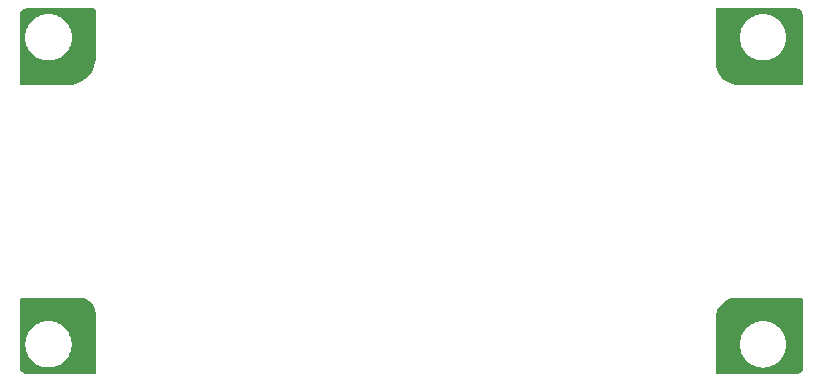
<source format=gbs>
G04*
G04 #@! TF.GenerationSoftware,Altium Limited,Altium Designer,24.4.1 (13)*
G04*
G04 Layer_Color=16711935*
%FSLAX44Y44*%
%MOMM*%
G71*
G04*
G04 #@! TF.SameCoordinates,633DC115-074B-46AC-84AE-F624448C349B*
G04*
G04*
G04 #@! TF.FilePolarity,Negative*
G04*
G01*
G75*
G36*
X56531Y68583D02*
X57536Y68430D01*
X58526Y68201D01*
X59495Y67899D01*
X60440Y67523D01*
X61353Y67078D01*
X62229Y66564D01*
X63065Y65986D01*
X63854Y65347D01*
X64593Y64649D01*
X65277Y63898D01*
X65903Y63097D01*
X66465Y62251D01*
X66963Y61365D01*
X67392Y60444D01*
X67750Y59493D01*
X68035Y58518D01*
X68246Y57524D01*
X68285Y57228D01*
X68410Y56010D01*
X68410Y56010D01*
X68410Y56010D01*
Y4973D01*
X67512Y4075D01*
X10450Y4078D01*
X10450Y4078D01*
X10450Y4078D01*
X9822D01*
X8591Y4323D01*
X7432Y4803D01*
X6388Y5501D01*
X5501Y6388D01*
X4803Y7432D01*
X4323Y8591D01*
X4078Y9822D01*
X4078Y10450D01*
X4078Y10450D01*
X4078Y10450D01*
X4074Y67762D01*
X4972Y68660D01*
X55010Y68660D01*
X55518Y68660D01*
X56531Y68583D01*
D02*
G37*
G36*
X68366Y312495D02*
X68366Y269837D01*
X68146Y267691D01*
X66929Y263550D01*
X64977Y259702D01*
X62356Y256274D01*
X59152Y253382D01*
X55475Y251124D01*
X51447Y249575D01*
X47204Y248787D01*
X45046Y248787D01*
X4062D01*
X4058Y306760D01*
X4058Y307413D01*
X4313Y308693D01*
X4812Y309900D01*
X5537Y310985D01*
X6460Y311909D01*
X7545Y312635D01*
X8751Y313135D01*
X10031Y313391D01*
X10684Y313392D01*
X67468Y313393D01*
X68366Y312495D01*
D02*
G37*
G36*
X667638Y67762D02*
X667632Y10150D01*
X667632Y10150D01*
X667632Y10150D01*
X667632Y9548D01*
X667397Y8368D01*
X666937Y7257D01*
X666269Y6256D01*
X665419Y5405D01*
X664419Y4736D01*
X663307Y4275D01*
X662128Y4039D01*
X661526Y4038D01*
X593410Y4042D01*
Y10043D01*
X593410Y51910D01*
X593498Y53590D01*
X594305Y56857D01*
X595713Y59913D01*
X597673Y62648D01*
X600114Y64964D01*
X602948Y66778D01*
X606073Y68025D01*
X609378Y68660D01*
X611060D01*
X611060Y68660D01*
X666740D01*
X667638Y67762D01*
D02*
G37*
G36*
X662899Y313154D02*
X664122Y312648D01*
X665223Y311913D01*
X666159Y310977D01*
X666895Y309878D01*
X667402Y308655D01*
X667661Y307358D01*
X667662Y306697D01*
X667656Y248760D01*
X612290Y248760D01*
X610481D01*
X606929Y249446D01*
X603571Y250794D01*
X600530Y252755D01*
X597916Y255256D01*
X595824Y258208D01*
X594331Y261504D01*
X593489Y265023D01*
X593410Y266830D01*
Y270209D01*
X593410Y313410D01*
X660940Y313412D01*
X661602D01*
X662899Y313154D01*
D02*
G37*
%LPC*%
G36*
X30037Y48469D02*
X26983D01*
X26852Y48460D01*
X26721D01*
X26591Y48443D01*
X26460Y48434D01*
X26331Y48409D01*
X26201Y48391D01*
X23207Y47796D01*
X23080Y47762D01*
X22951Y47736D01*
X22827Y47694D01*
X22700Y47660D01*
X22579Y47610D01*
X22455Y47568D01*
X19634Y46399D01*
X19517Y46341D01*
X19395Y46291D01*
X19281Y46225D01*
X19164Y46167D01*
X19055Y46095D01*
X18941Y46029D01*
X16402Y44333D01*
X16298Y44253D01*
X16189Y44180D01*
X16091Y44093D01*
X15986Y44014D01*
X15893Y43921D01*
X15795Y43834D01*
X13636Y41675D01*
X13549Y41577D01*
X13456Y41484D01*
X13377Y41379D01*
X13290Y41281D01*
X13217Y41172D01*
X13137Y41068D01*
X11441Y38529D01*
X11375Y38415D01*
X11302Y38306D01*
X11244Y38189D01*
X11179Y38075D01*
X11129Y37954D01*
X11071Y37836D01*
X9902Y35015D01*
X9860Y34891D01*
X9810Y34770D01*
X9776Y34643D01*
X9734Y34519D01*
X9708Y34390D01*
X9674Y34263D01*
X9078Y31269D01*
X9061Y31138D01*
X9036Y31010D01*
X9027Y30879D01*
X9010Y30749D01*
Y30618D01*
X9001Y30487D01*
Y27433D01*
X9010Y27302D01*
Y27171D01*
X9027Y27041D01*
X9036Y26910D01*
X9061Y26782D01*
X9078Y26651D01*
X9674Y23657D01*
X9708Y23530D01*
X9734Y23401D01*
X9776Y23277D01*
X9810Y23150D01*
X9860Y23029D01*
X9902Y22905D01*
X11071Y20084D01*
X11129Y19966D01*
X11179Y19845D01*
X11245Y19731D01*
X11302Y19614D01*
X11375Y19505D01*
X11441Y19391D01*
X13137Y16852D01*
X13217Y16748D01*
X13290Y16639D01*
X13377Y16540D01*
X13456Y16436D01*
X13549Y16343D01*
X13636Y16245D01*
X15795Y14086D01*
X15893Y13999D01*
X15986Y13907D01*
X16091Y13827D01*
X16189Y13740D01*
X16298Y13667D01*
X16402Y13587D01*
X18941Y11891D01*
X19055Y11825D01*
X19164Y11753D01*
X19281Y11695D01*
X19395Y11629D01*
X19516Y11579D01*
X19634Y11521D01*
X22455Y10352D01*
X22579Y10310D01*
X22700Y10260D01*
X22827Y10226D01*
X22951Y10184D01*
X23080Y10158D01*
X23207Y10124D01*
X26201Y9528D01*
X26332Y9511D01*
X26460Y9486D01*
X26591Y9477D01*
X26721Y9460D01*
X26852D01*
X26983Y9451D01*
X30037D01*
X30168Y9460D01*
X30299D01*
X30429Y9477D01*
X30560Y9486D01*
X30688Y9511D01*
X30819Y9528D01*
X33813Y10124D01*
X33940Y10158D01*
X34069Y10184D01*
X34193Y10226D01*
X34320Y10260D01*
X34441Y10310D01*
X34565Y10352D01*
X37386Y11521D01*
X37503Y11579D01*
X37625Y11629D01*
X37739Y11695D01*
X37856Y11753D01*
X37965Y11825D01*
X38079Y11891D01*
X40618Y13587D01*
X40722Y13667D01*
X40831Y13740D01*
X40929Y13827D01*
X41034Y13907D01*
X41127Y13999D01*
X41225Y14086D01*
X43384Y16245D01*
X43471Y16343D01*
X43563Y16436D01*
X43643Y16540D01*
X43730Y16639D01*
X43803Y16748D01*
X43883Y16852D01*
X45579Y19391D01*
X45645Y19505D01*
X45718Y19614D01*
X45775Y19732D01*
X45841Y19845D01*
X45891Y19966D01*
X45949Y20084D01*
X47118Y22905D01*
X47160Y23029D01*
X47210Y23150D01*
X47244Y23277D01*
X47286Y23401D01*
X47312Y23530D01*
X47346Y23657D01*
X47941Y26651D01*
X47959Y26781D01*
X47984Y26910D01*
X47993Y27041D01*
X48010Y27171D01*
Y27302D01*
X48019Y27433D01*
Y30487D01*
X48010Y30618D01*
Y30749D01*
X47993Y30879D01*
X47984Y31010D01*
X47959Y31139D01*
X47941Y31269D01*
X47346Y34263D01*
X47312Y34390D01*
X47286Y34519D01*
X47244Y34643D01*
X47210Y34770D01*
X47160Y34891D01*
X47118Y35015D01*
X45949Y37836D01*
X45891Y37954D01*
X45841Y38075D01*
X45775Y38189D01*
X45718Y38306D01*
X45645Y38415D01*
X45579Y38529D01*
X43883Y41068D01*
X43803Y41172D01*
X43730Y41281D01*
X43643Y41379D01*
X43563Y41484D01*
X43471Y41577D01*
X43384Y41675D01*
X41225Y43834D01*
X41127Y43921D01*
X41034Y44014D01*
X40929Y44093D01*
X40831Y44180D01*
X40722Y44253D01*
X40618Y44333D01*
X38079Y46029D01*
X37965Y46095D01*
X37856Y46167D01*
X37738Y46226D01*
X37625Y46291D01*
X37504Y46341D01*
X37386Y46399D01*
X34565Y47568D01*
X34441Y47610D01*
X34320Y47660D01*
X34193Y47694D01*
X34069Y47736D01*
X33940Y47762D01*
X33813Y47796D01*
X30819Y48391D01*
X30689Y48409D01*
X30560Y48434D01*
X30429Y48443D01*
X30299Y48460D01*
X30168D01*
X30037Y48469D01*
D02*
G37*
G36*
Y308538D02*
X26983D01*
X26589Y308460D01*
X26188D01*
X23193Y307864D01*
X22822Y307711D01*
X22428Y307632D01*
X19607Y306464D01*
X19273Y306241D01*
X18902Y306087D01*
X16364Y304391D01*
X16079Y304107D01*
X15746Y303883D01*
X13586Y301724D01*
X13363Y301390D01*
X13079Y301106D01*
X11383Y298568D01*
X11229Y298197D01*
X11006Y297863D01*
X9838Y295042D01*
X9759Y294648D01*
X9606Y294277D01*
X9010Y291282D01*
Y290881D01*
X8932Y290487D01*
Y287433D01*
X9010Y287039D01*
Y286638D01*
X9606Y283643D01*
X9759Y283272D01*
X9838Y282878D01*
X11006Y280057D01*
X11229Y279723D01*
X11383Y279352D01*
X13079Y276814D01*
X13363Y276529D01*
X13586Y276196D01*
X15746Y274037D01*
X16079Y273813D01*
X16364Y273529D01*
X18902Y271833D01*
X19273Y271679D01*
X19607Y271456D01*
X22428Y270288D01*
X22822Y270209D01*
X23193Y270056D01*
X26188Y269460D01*
X26589D01*
X26983Y269382D01*
X30037D01*
X30431Y269460D01*
X30832D01*
X33827Y270056D01*
X34198Y270209D01*
X34592Y270288D01*
X37413Y271456D01*
X37747Y271679D01*
X38118Y271833D01*
X40656Y273529D01*
X40941Y273813D01*
X41274Y274037D01*
X43433Y276196D01*
X43657Y276530D01*
X43941Y276814D01*
X45637Y279352D01*
X45791Y279723D01*
X46014Y280057D01*
X47182Y282878D01*
X47261Y283272D01*
X47414Y283643D01*
X48010Y286638D01*
Y287039D01*
X48088Y287433D01*
Y290487D01*
X48010Y290881D01*
Y291282D01*
X47414Y294277D01*
X47261Y294648D01*
X47182Y295042D01*
X46014Y297863D01*
X45791Y298197D01*
X45637Y298568D01*
X43941Y301106D01*
X43657Y301391D01*
X43433Y301724D01*
X41274Y303883D01*
X40940Y304107D01*
X40656Y304391D01*
X38118Y306087D01*
X37747Y306241D01*
X37413Y306464D01*
X34592Y307632D01*
X34198Y307711D01*
X33827Y307864D01*
X30832Y308460D01*
X30431D01*
X30037Y308538D01*
D02*
G37*
G36*
X635037Y48538D02*
X631983D01*
X631589Y48460D01*
X631188D01*
X628193Y47864D01*
X627822Y47711D01*
X627428Y47632D01*
X624607Y46464D01*
X624273Y46241D01*
X623902Y46087D01*
X621363Y44391D01*
X621079Y44107D01*
X620746Y43884D01*
X618587Y41725D01*
X618363Y41391D01*
X618079Y41107D01*
X616383Y38568D01*
X616229Y38197D01*
X616006Y37863D01*
X614838Y35042D01*
X614759Y34648D01*
X614606Y34277D01*
X614010Y31282D01*
Y30881D01*
X613932Y30487D01*
Y27433D01*
X614010Y27039D01*
Y26638D01*
X614606Y23643D01*
X614759Y23272D01*
X614838Y22878D01*
X616006Y20057D01*
X616229Y19723D01*
X616383Y19352D01*
X618079Y16813D01*
X618363Y16529D01*
X618587Y16195D01*
X620746Y14037D01*
X621079Y13813D01*
X621363Y13529D01*
X623902Y11833D01*
X624273Y11679D01*
X624607Y11456D01*
X627428Y10288D01*
X627822Y10209D01*
X628193Y10056D01*
X631188Y9460D01*
X631589D01*
X631983Y9382D01*
X635037D01*
X635431Y9460D01*
X635832D01*
X638827Y10056D01*
X639198Y10209D01*
X639592Y10288D01*
X642413Y11456D01*
X642747Y11679D01*
X643118Y11833D01*
X645657Y13529D01*
X645941Y13813D01*
X646274Y14037D01*
X648434Y16195D01*
X648657Y16530D01*
X648941Y16813D01*
X650637Y19352D01*
X650791Y19723D01*
X651014Y20057D01*
X652182Y22878D01*
X652261Y23272D01*
X652414Y23643D01*
X653010Y26638D01*
Y27039D01*
X653088Y27433D01*
Y30487D01*
X653010Y30881D01*
Y31282D01*
X652414Y34277D01*
X652261Y34648D01*
X652182Y35042D01*
X651014Y37863D01*
X650791Y38197D01*
X650637Y38568D01*
X648941Y41107D01*
X648657Y41391D01*
X648434Y41725D01*
X646274Y43884D01*
X645940Y44107D01*
X645657Y44391D01*
X643118Y46087D01*
X642747Y46241D01*
X642413Y46464D01*
X639592Y47632D01*
X639198Y47711D01*
X638827Y47864D01*
X635832Y48460D01*
X635431D01*
X635037Y48538D01*
D02*
G37*
G36*
Y308538D02*
X631983D01*
X631589Y308460D01*
X631188D01*
X628193Y307864D01*
X627822Y307711D01*
X627428Y307632D01*
X624607Y306464D01*
X624273Y306241D01*
X623902Y306087D01*
X621363Y304391D01*
X621079Y304107D01*
X620746Y303883D01*
X618587Y301724D01*
X618363Y301390D01*
X618079Y301106D01*
X616383Y298568D01*
X616229Y298197D01*
X616006Y297863D01*
X614838Y295042D01*
X614759Y294648D01*
X614606Y294277D01*
X614010Y291282D01*
Y290881D01*
X613932Y290487D01*
Y288960D01*
Y287433D01*
X614010Y287039D01*
Y286638D01*
X614606Y283643D01*
X614759Y283272D01*
X614838Y282878D01*
X616006Y280057D01*
X616229Y279723D01*
X616383Y279352D01*
X618079Y276814D01*
X618363Y276529D01*
X618587Y276196D01*
X620746Y274037D01*
X621079Y273813D01*
X621363Y273529D01*
X623902Y271833D01*
X624273Y271679D01*
X624607Y271456D01*
X627428Y270288D01*
X627822Y270209D01*
X628193Y270056D01*
X631188Y269460D01*
X631589D01*
X631983Y269382D01*
X635037D01*
X635431Y269460D01*
X635832D01*
X638827Y270056D01*
X639198Y270209D01*
X639592Y270288D01*
X642413Y271456D01*
X642747Y271679D01*
X643118Y271833D01*
X645657Y273529D01*
X645941Y273813D01*
X646274Y274037D01*
X648434Y276196D01*
X648657Y276530D01*
X648941Y276814D01*
X650637Y279352D01*
X650791Y279723D01*
X651014Y280057D01*
X652182Y282878D01*
X652261Y283272D01*
X652414Y283643D01*
X653010Y286638D01*
Y287039D01*
X653088Y287433D01*
Y288960D01*
Y290487D01*
X653010Y290881D01*
Y291282D01*
X652414Y294277D01*
X652261Y294648D01*
X652182Y295042D01*
X651014Y297863D01*
X650791Y298197D01*
X650637Y298568D01*
X648941Y301106D01*
X648657Y301391D01*
X648434Y301724D01*
X646274Y303883D01*
X645940Y304107D01*
X645657Y304391D01*
X643118Y306087D01*
X642747Y306241D01*
X642413Y306464D01*
X639592Y307632D01*
X639198Y307711D01*
X638827Y307864D01*
X635832Y308460D01*
X635431D01*
X635037Y308538D01*
D02*
G37*
%LPD*%
M02*

</source>
